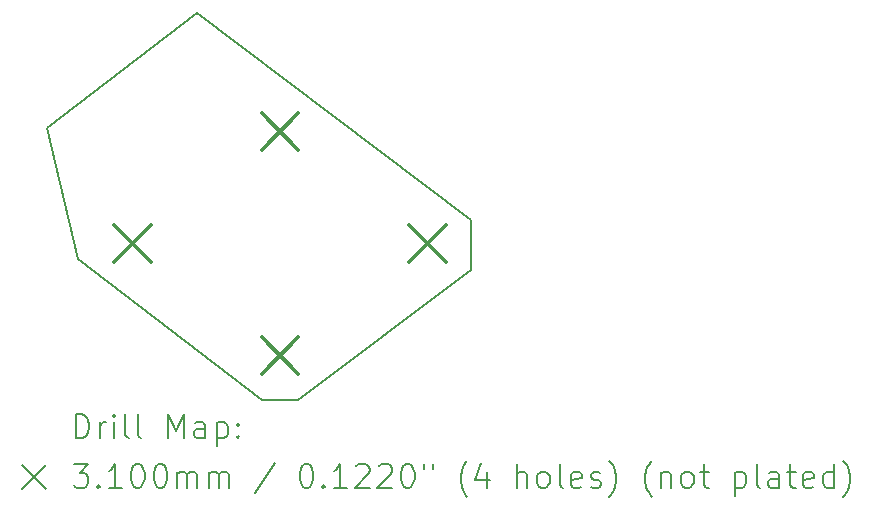
<source format=gbr>
%FSLAX45Y45*%
G04 Gerber Fmt 4.5, Leading zero omitted, Abs format (unit mm)*
G04 Created by KiCad (PCBNEW 6.0.0-rc2) date 2022-07-08 10:40:52*
%MOMM*%
%LPD*%
G01*
G04 APERTURE LIST*
%TA.AperFunction,Profile*%
%ADD10C,0.200000*%
%TD*%
%ADD11C,0.200000*%
%ADD12C,0.310000*%
G04 APERTURE END LIST*
D10*
X14850000Y-11326000D02*
X13288000Y-10133000D01*
X14300000Y-8050000D02*
X16615000Y-9800000D01*
X15150000Y-11326000D02*
X14850000Y-11326000D01*
X16615000Y-10225000D02*
X15150000Y-11326000D01*
X13025000Y-9025000D02*
X14300000Y-8050000D01*
X16615000Y-9800000D02*
X16615000Y-10225000D01*
X13288000Y-10133000D02*
X13025000Y-9025000D01*
D11*
D12*
X13595000Y-9845000D02*
X13905000Y-10155000D01*
X13905000Y-9845000D02*
X13595000Y-10155000D01*
X14845000Y-8895000D02*
X15155000Y-9205000D01*
X15155000Y-8895000D02*
X14845000Y-9205000D01*
X14845000Y-10795000D02*
X15155000Y-11105000D01*
X15155000Y-10795000D02*
X14845000Y-11105000D01*
X16095000Y-9845000D02*
X16405000Y-10155000D01*
X16405000Y-9845000D02*
X16095000Y-10155000D01*
D11*
X13272619Y-11646476D02*
X13272619Y-11446476D01*
X13320238Y-11446476D01*
X13348809Y-11456000D01*
X13367857Y-11475048D01*
X13377381Y-11494095D01*
X13386905Y-11532190D01*
X13386905Y-11560762D01*
X13377381Y-11598857D01*
X13367857Y-11617905D01*
X13348809Y-11636952D01*
X13320238Y-11646476D01*
X13272619Y-11646476D01*
X13472619Y-11646476D02*
X13472619Y-11513143D01*
X13472619Y-11551238D02*
X13482143Y-11532190D01*
X13491667Y-11522667D01*
X13510714Y-11513143D01*
X13529762Y-11513143D01*
X13596428Y-11646476D02*
X13596428Y-11513143D01*
X13596428Y-11446476D02*
X13586905Y-11456000D01*
X13596428Y-11465524D01*
X13605952Y-11456000D01*
X13596428Y-11446476D01*
X13596428Y-11465524D01*
X13720238Y-11646476D02*
X13701190Y-11636952D01*
X13691667Y-11617905D01*
X13691667Y-11446476D01*
X13825000Y-11646476D02*
X13805952Y-11636952D01*
X13796428Y-11617905D01*
X13796428Y-11446476D01*
X14053571Y-11646476D02*
X14053571Y-11446476D01*
X14120238Y-11589333D01*
X14186905Y-11446476D01*
X14186905Y-11646476D01*
X14367857Y-11646476D02*
X14367857Y-11541714D01*
X14358333Y-11522667D01*
X14339286Y-11513143D01*
X14301190Y-11513143D01*
X14282143Y-11522667D01*
X14367857Y-11636952D02*
X14348809Y-11646476D01*
X14301190Y-11646476D01*
X14282143Y-11636952D01*
X14272619Y-11617905D01*
X14272619Y-11598857D01*
X14282143Y-11579809D01*
X14301190Y-11570286D01*
X14348809Y-11570286D01*
X14367857Y-11560762D01*
X14463095Y-11513143D02*
X14463095Y-11713143D01*
X14463095Y-11522667D02*
X14482143Y-11513143D01*
X14520238Y-11513143D01*
X14539286Y-11522667D01*
X14548809Y-11532190D01*
X14558333Y-11551238D01*
X14558333Y-11608381D01*
X14548809Y-11627428D01*
X14539286Y-11636952D01*
X14520238Y-11646476D01*
X14482143Y-11646476D01*
X14463095Y-11636952D01*
X14644048Y-11627428D02*
X14653571Y-11636952D01*
X14644048Y-11646476D01*
X14634524Y-11636952D01*
X14644048Y-11627428D01*
X14644048Y-11646476D01*
X14644048Y-11522667D02*
X14653571Y-11532190D01*
X14644048Y-11541714D01*
X14634524Y-11532190D01*
X14644048Y-11522667D01*
X14644048Y-11541714D01*
X12815000Y-11876000D02*
X13015000Y-12076000D01*
X13015000Y-11876000D02*
X12815000Y-12076000D01*
X13253571Y-11866476D02*
X13377381Y-11866476D01*
X13310714Y-11942667D01*
X13339286Y-11942667D01*
X13358333Y-11952190D01*
X13367857Y-11961714D01*
X13377381Y-11980762D01*
X13377381Y-12028381D01*
X13367857Y-12047428D01*
X13358333Y-12056952D01*
X13339286Y-12066476D01*
X13282143Y-12066476D01*
X13263095Y-12056952D01*
X13253571Y-12047428D01*
X13463095Y-12047428D02*
X13472619Y-12056952D01*
X13463095Y-12066476D01*
X13453571Y-12056952D01*
X13463095Y-12047428D01*
X13463095Y-12066476D01*
X13663095Y-12066476D02*
X13548809Y-12066476D01*
X13605952Y-12066476D02*
X13605952Y-11866476D01*
X13586905Y-11895048D01*
X13567857Y-11914095D01*
X13548809Y-11923619D01*
X13786905Y-11866476D02*
X13805952Y-11866476D01*
X13825000Y-11876000D01*
X13834524Y-11885524D01*
X13844048Y-11904571D01*
X13853571Y-11942667D01*
X13853571Y-11990286D01*
X13844048Y-12028381D01*
X13834524Y-12047428D01*
X13825000Y-12056952D01*
X13805952Y-12066476D01*
X13786905Y-12066476D01*
X13767857Y-12056952D01*
X13758333Y-12047428D01*
X13748809Y-12028381D01*
X13739286Y-11990286D01*
X13739286Y-11942667D01*
X13748809Y-11904571D01*
X13758333Y-11885524D01*
X13767857Y-11876000D01*
X13786905Y-11866476D01*
X13977381Y-11866476D02*
X13996428Y-11866476D01*
X14015476Y-11876000D01*
X14025000Y-11885524D01*
X14034524Y-11904571D01*
X14044048Y-11942667D01*
X14044048Y-11990286D01*
X14034524Y-12028381D01*
X14025000Y-12047428D01*
X14015476Y-12056952D01*
X13996428Y-12066476D01*
X13977381Y-12066476D01*
X13958333Y-12056952D01*
X13948809Y-12047428D01*
X13939286Y-12028381D01*
X13929762Y-11990286D01*
X13929762Y-11942667D01*
X13939286Y-11904571D01*
X13948809Y-11885524D01*
X13958333Y-11876000D01*
X13977381Y-11866476D01*
X14129762Y-12066476D02*
X14129762Y-11933143D01*
X14129762Y-11952190D02*
X14139286Y-11942667D01*
X14158333Y-11933143D01*
X14186905Y-11933143D01*
X14205952Y-11942667D01*
X14215476Y-11961714D01*
X14215476Y-12066476D01*
X14215476Y-11961714D02*
X14225000Y-11942667D01*
X14244048Y-11933143D01*
X14272619Y-11933143D01*
X14291667Y-11942667D01*
X14301190Y-11961714D01*
X14301190Y-12066476D01*
X14396428Y-12066476D02*
X14396428Y-11933143D01*
X14396428Y-11952190D02*
X14405952Y-11942667D01*
X14425000Y-11933143D01*
X14453571Y-11933143D01*
X14472619Y-11942667D01*
X14482143Y-11961714D01*
X14482143Y-12066476D01*
X14482143Y-11961714D02*
X14491667Y-11942667D01*
X14510714Y-11933143D01*
X14539286Y-11933143D01*
X14558333Y-11942667D01*
X14567857Y-11961714D01*
X14567857Y-12066476D01*
X14958333Y-11856952D02*
X14786905Y-12114095D01*
X15215476Y-11866476D02*
X15234524Y-11866476D01*
X15253571Y-11876000D01*
X15263095Y-11885524D01*
X15272619Y-11904571D01*
X15282143Y-11942667D01*
X15282143Y-11990286D01*
X15272619Y-12028381D01*
X15263095Y-12047428D01*
X15253571Y-12056952D01*
X15234524Y-12066476D01*
X15215476Y-12066476D01*
X15196428Y-12056952D01*
X15186905Y-12047428D01*
X15177381Y-12028381D01*
X15167857Y-11990286D01*
X15167857Y-11942667D01*
X15177381Y-11904571D01*
X15186905Y-11885524D01*
X15196428Y-11876000D01*
X15215476Y-11866476D01*
X15367857Y-12047428D02*
X15377381Y-12056952D01*
X15367857Y-12066476D01*
X15358333Y-12056952D01*
X15367857Y-12047428D01*
X15367857Y-12066476D01*
X15567857Y-12066476D02*
X15453571Y-12066476D01*
X15510714Y-12066476D02*
X15510714Y-11866476D01*
X15491667Y-11895048D01*
X15472619Y-11914095D01*
X15453571Y-11923619D01*
X15644048Y-11885524D02*
X15653571Y-11876000D01*
X15672619Y-11866476D01*
X15720238Y-11866476D01*
X15739286Y-11876000D01*
X15748809Y-11885524D01*
X15758333Y-11904571D01*
X15758333Y-11923619D01*
X15748809Y-11952190D01*
X15634524Y-12066476D01*
X15758333Y-12066476D01*
X15834524Y-11885524D02*
X15844048Y-11876000D01*
X15863095Y-11866476D01*
X15910714Y-11866476D01*
X15929762Y-11876000D01*
X15939286Y-11885524D01*
X15948809Y-11904571D01*
X15948809Y-11923619D01*
X15939286Y-11952190D01*
X15825000Y-12066476D01*
X15948809Y-12066476D01*
X16072619Y-11866476D02*
X16091667Y-11866476D01*
X16110714Y-11876000D01*
X16120238Y-11885524D01*
X16129762Y-11904571D01*
X16139286Y-11942667D01*
X16139286Y-11990286D01*
X16129762Y-12028381D01*
X16120238Y-12047428D01*
X16110714Y-12056952D01*
X16091667Y-12066476D01*
X16072619Y-12066476D01*
X16053571Y-12056952D01*
X16044048Y-12047428D01*
X16034524Y-12028381D01*
X16025000Y-11990286D01*
X16025000Y-11942667D01*
X16034524Y-11904571D01*
X16044048Y-11885524D01*
X16053571Y-11876000D01*
X16072619Y-11866476D01*
X16215476Y-11866476D02*
X16215476Y-11904571D01*
X16291667Y-11866476D02*
X16291667Y-11904571D01*
X16586905Y-12142667D02*
X16577381Y-12133143D01*
X16558333Y-12104571D01*
X16548809Y-12085524D01*
X16539286Y-12056952D01*
X16529762Y-12009333D01*
X16529762Y-11971238D01*
X16539286Y-11923619D01*
X16548809Y-11895048D01*
X16558333Y-11876000D01*
X16577381Y-11847428D01*
X16586905Y-11837905D01*
X16748809Y-11933143D02*
X16748809Y-12066476D01*
X16701190Y-11856952D02*
X16653571Y-11999809D01*
X16777381Y-11999809D01*
X17005952Y-12066476D02*
X17005952Y-11866476D01*
X17091667Y-12066476D02*
X17091667Y-11961714D01*
X17082143Y-11942667D01*
X17063095Y-11933143D01*
X17034524Y-11933143D01*
X17015476Y-11942667D01*
X17005952Y-11952190D01*
X17215476Y-12066476D02*
X17196429Y-12056952D01*
X17186905Y-12047428D01*
X17177381Y-12028381D01*
X17177381Y-11971238D01*
X17186905Y-11952190D01*
X17196429Y-11942667D01*
X17215476Y-11933143D01*
X17244048Y-11933143D01*
X17263095Y-11942667D01*
X17272619Y-11952190D01*
X17282143Y-11971238D01*
X17282143Y-12028381D01*
X17272619Y-12047428D01*
X17263095Y-12056952D01*
X17244048Y-12066476D01*
X17215476Y-12066476D01*
X17396429Y-12066476D02*
X17377381Y-12056952D01*
X17367857Y-12037905D01*
X17367857Y-11866476D01*
X17548810Y-12056952D02*
X17529762Y-12066476D01*
X17491667Y-12066476D01*
X17472619Y-12056952D01*
X17463095Y-12037905D01*
X17463095Y-11961714D01*
X17472619Y-11942667D01*
X17491667Y-11933143D01*
X17529762Y-11933143D01*
X17548810Y-11942667D01*
X17558333Y-11961714D01*
X17558333Y-11980762D01*
X17463095Y-11999809D01*
X17634524Y-12056952D02*
X17653571Y-12066476D01*
X17691667Y-12066476D01*
X17710714Y-12056952D01*
X17720238Y-12037905D01*
X17720238Y-12028381D01*
X17710714Y-12009333D01*
X17691667Y-11999809D01*
X17663095Y-11999809D01*
X17644048Y-11990286D01*
X17634524Y-11971238D01*
X17634524Y-11961714D01*
X17644048Y-11942667D01*
X17663095Y-11933143D01*
X17691667Y-11933143D01*
X17710714Y-11942667D01*
X17786905Y-12142667D02*
X17796429Y-12133143D01*
X17815476Y-12104571D01*
X17825000Y-12085524D01*
X17834524Y-12056952D01*
X17844048Y-12009333D01*
X17844048Y-11971238D01*
X17834524Y-11923619D01*
X17825000Y-11895048D01*
X17815476Y-11876000D01*
X17796429Y-11847428D01*
X17786905Y-11837905D01*
X18148810Y-12142667D02*
X18139286Y-12133143D01*
X18120238Y-12104571D01*
X18110714Y-12085524D01*
X18101190Y-12056952D01*
X18091667Y-12009333D01*
X18091667Y-11971238D01*
X18101190Y-11923619D01*
X18110714Y-11895048D01*
X18120238Y-11876000D01*
X18139286Y-11847428D01*
X18148810Y-11837905D01*
X18225000Y-11933143D02*
X18225000Y-12066476D01*
X18225000Y-11952190D02*
X18234524Y-11942667D01*
X18253571Y-11933143D01*
X18282143Y-11933143D01*
X18301190Y-11942667D01*
X18310714Y-11961714D01*
X18310714Y-12066476D01*
X18434524Y-12066476D02*
X18415476Y-12056952D01*
X18405952Y-12047428D01*
X18396429Y-12028381D01*
X18396429Y-11971238D01*
X18405952Y-11952190D01*
X18415476Y-11942667D01*
X18434524Y-11933143D01*
X18463095Y-11933143D01*
X18482143Y-11942667D01*
X18491667Y-11952190D01*
X18501190Y-11971238D01*
X18501190Y-12028381D01*
X18491667Y-12047428D01*
X18482143Y-12056952D01*
X18463095Y-12066476D01*
X18434524Y-12066476D01*
X18558333Y-11933143D02*
X18634524Y-11933143D01*
X18586905Y-11866476D02*
X18586905Y-12037905D01*
X18596429Y-12056952D01*
X18615476Y-12066476D01*
X18634524Y-12066476D01*
X18853571Y-11933143D02*
X18853571Y-12133143D01*
X18853571Y-11942667D02*
X18872619Y-11933143D01*
X18910714Y-11933143D01*
X18929762Y-11942667D01*
X18939286Y-11952190D01*
X18948810Y-11971238D01*
X18948810Y-12028381D01*
X18939286Y-12047428D01*
X18929762Y-12056952D01*
X18910714Y-12066476D01*
X18872619Y-12066476D01*
X18853571Y-12056952D01*
X19063095Y-12066476D02*
X19044048Y-12056952D01*
X19034524Y-12037905D01*
X19034524Y-11866476D01*
X19225000Y-12066476D02*
X19225000Y-11961714D01*
X19215476Y-11942667D01*
X19196429Y-11933143D01*
X19158333Y-11933143D01*
X19139286Y-11942667D01*
X19225000Y-12056952D02*
X19205952Y-12066476D01*
X19158333Y-12066476D01*
X19139286Y-12056952D01*
X19129762Y-12037905D01*
X19129762Y-12018857D01*
X19139286Y-11999809D01*
X19158333Y-11990286D01*
X19205952Y-11990286D01*
X19225000Y-11980762D01*
X19291667Y-11933143D02*
X19367857Y-11933143D01*
X19320238Y-11866476D02*
X19320238Y-12037905D01*
X19329762Y-12056952D01*
X19348810Y-12066476D01*
X19367857Y-12066476D01*
X19510714Y-12056952D02*
X19491667Y-12066476D01*
X19453571Y-12066476D01*
X19434524Y-12056952D01*
X19425000Y-12037905D01*
X19425000Y-11961714D01*
X19434524Y-11942667D01*
X19453571Y-11933143D01*
X19491667Y-11933143D01*
X19510714Y-11942667D01*
X19520238Y-11961714D01*
X19520238Y-11980762D01*
X19425000Y-11999809D01*
X19691667Y-12066476D02*
X19691667Y-11866476D01*
X19691667Y-12056952D02*
X19672619Y-12066476D01*
X19634524Y-12066476D01*
X19615476Y-12056952D01*
X19605952Y-12047428D01*
X19596429Y-12028381D01*
X19596429Y-11971238D01*
X19605952Y-11952190D01*
X19615476Y-11942667D01*
X19634524Y-11933143D01*
X19672619Y-11933143D01*
X19691667Y-11942667D01*
X19767857Y-12142667D02*
X19777381Y-12133143D01*
X19796429Y-12104571D01*
X19805952Y-12085524D01*
X19815476Y-12056952D01*
X19825000Y-12009333D01*
X19825000Y-11971238D01*
X19815476Y-11923619D01*
X19805952Y-11895048D01*
X19796429Y-11876000D01*
X19777381Y-11847428D01*
X19767857Y-11837905D01*
M02*

</source>
